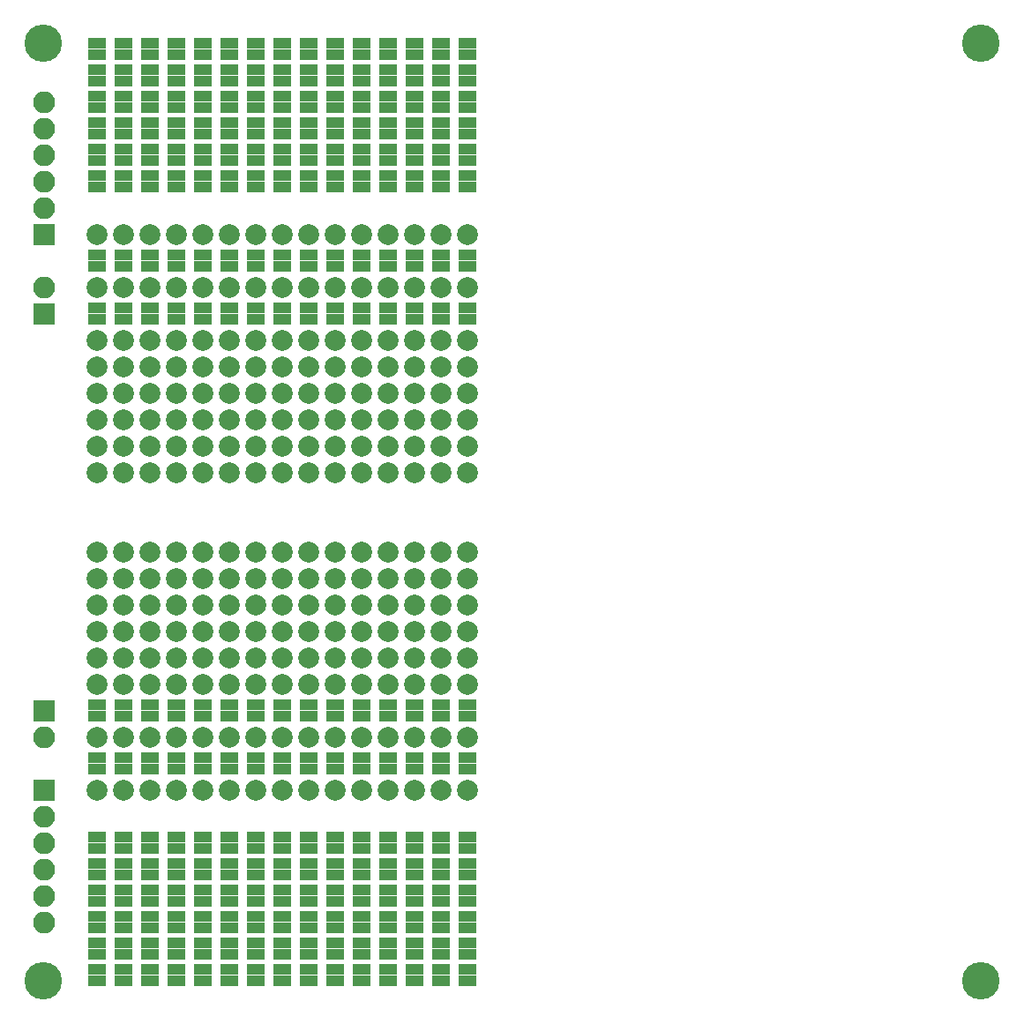
<source format=gbr>
G04 #@! TF.FileFunction,Soldermask,Top*
%FSLAX45Y45*%
G04 Gerber Fmt 4.5, Leading zero omitted, Abs format (unit mm)*
G04 Created by KiCad (PCBNEW 4.0.2-stable) date 2017/02/23 16:32:30*
%MOMM*%
G01*
G04 APERTURE LIST*
%ADD10C,0.200000*%
%ADD11C,3.600000*%
%ADD12R,2.100000X2.100000*%
%ADD13O,2.100000X2.100000*%
%ADD14C,2.000000*%
%ADD15R,1.820000X1.120000*%
G04 APERTURE END LIST*
D10*
D11*
X10500000Y-5500000D03*
X19500000Y-5500000D03*
X19500000Y-14500000D03*
X10500000Y-14500000D03*
D12*
X10508000Y-7333000D03*
D13*
X10508000Y-7079000D03*
X10508000Y-6825000D03*
X10508000Y-6571000D03*
X10508000Y-6317000D03*
X10508000Y-6063000D03*
D12*
X10508000Y-8095000D03*
D13*
X10508000Y-7841000D03*
D12*
X10508000Y-11905000D03*
D13*
X10508000Y-12159000D03*
D12*
X10508000Y-12667000D03*
D13*
X10508000Y-12921000D03*
X10508000Y-13175000D03*
X10508000Y-13429000D03*
X10508000Y-13683000D03*
X10508000Y-13937000D03*
D14*
X11016000Y-9619000D03*
X11016000Y-9365000D03*
X11016000Y-9111000D03*
X11016000Y-8857000D03*
X11016000Y-8603000D03*
X11016000Y-8349000D03*
X11016000Y-11651000D03*
X11016000Y-11397000D03*
X11016000Y-11143000D03*
X11016000Y-10889000D03*
X11016000Y-10635000D03*
X11016000Y-10381000D03*
X11016000Y-7333000D03*
X11016000Y-7841000D03*
X11016000Y-12667000D03*
X11016000Y-12159000D03*
X11270000Y-9619000D03*
X11270000Y-9365000D03*
X11270000Y-9111000D03*
X11270000Y-8857000D03*
X11270000Y-8603000D03*
X11270000Y-8349000D03*
X11270000Y-11651000D03*
X11270000Y-11397000D03*
X11270000Y-11143000D03*
X11270000Y-10889000D03*
X11270000Y-10635000D03*
X11270000Y-10381000D03*
X11270000Y-7333000D03*
X11270000Y-7841000D03*
X11270000Y-12667000D03*
X11270000Y-12159000D03*
X11524000Y-9619000D03*
X11524000Y-9365000D03*
X11524000Y-9111000D03*
X11524000Y-8857000D03*
X11524000Y-8603000D03*
X11524000Y-8349000D03*
X11524000Y-11651000D03*
X11524000Y-11397000D03*
X11524000Y-11143000D03*
X11524000Y-10889000D03*
X11524000Y-10635000D03*
X11524000Y-10381000D03*
X11524000Y-7333000D03*
X11524000Y-7841000D03*
X11524000Y-12667000D03*
X11524000Y-12159000D03*
X11778000Y-9619000D03*
X11778000Y-9365000D03*
X11778000Y-9111000D03*
X11778000Y-8857000D03*
X11778000Y-8603000D03*
X11778000Y-8349000D03*
X11778000Y-11651000D03*
X11778000Y-11397000D03*
X11778000Y-11143000D03*
X11778000Y-10889000D03*
X11778000Y-10635000D03*
X11778000Y-10381000D03*
X11778000Y-7333000D03*
X11778000Y-7841000D03*
X11778000Y-12667000D03*
X11778000Y-12159000D03*
X12032000Y-9619000D03*
X12032000Y-9365000D03*
X12032000Y-9111000D03*
X12032000Y-8857000D03*
X12032000Y-8603000D03*
X12032000Y-8349000D03*
X12032000Y-11651000D03*
X12032000Y-11397000D03*
X12032000Y-11143000D03*
X12032000Y-10889000D03*
X12032000Y-10635000D03*
X12032000Y-10381000D03*
X12032000Y-7333000D03*
X12032000Y-7841000D03*
X12032000Y-12667000D03*
X12032000Y-12159000D03*
X12286000Y-9619000D03*
X12286000Y-9365000D03*
X12286000Y-9111000D03*
X12286000Y-8857000D03*
X12286000Y-8603000D03*
X12286000Y-8349000D03*
X12286000Y-11651000D03*
X12286000Y-11397000D03*
X12286000Y-11143000D03*
X12286000Y-10889000D03*
X12286000Y-10635000D03*
X12286000Y-10381000D03*
X12286000Y-7333000D03*
X12286000Y-7841000D03*
X12286000Y-12667000D03*
X12286000Y-12159000D03*
X12540000Y-9619000D03*
X12540000Y-9365000D03*
X12540000Y-9111000D03*
X12540000Y-8857000D03*
X12540000Y-8603000D03*
X12540000Y-8349000D03*
X12540000Y-11651000D03*
X12540000Y-11397000D03*
X12540000Y-11143000D03*
X12540000Y-10889000D03*
X12540000Y-10635000D03*
X12540000Y-10381000D03*
X12540000Y-7333000D03*
X12540000Y-7841000D03*
X12540000Y-12667000D03*
X12540000Y-12159000D03*
X12794000Y-9619000D03*
X12794000Y-9365000D03*
X12794000Y-9111000D03*
X12794000Y-8857000D03*
X12794000Y-8603000D03*
X12794000Y-8349000D03*
X12794000Y-11651000D03*
X12794000Y-11397000D03*
X12794000Y-11143000D03*
X12794000Y-10889000D03*
X12794000Y-10635000D03*
X12794000Y-10381000D03*
X12794000Y-7333000D03*
X12794000Y-7841000D03*
X12794000Y-12667000D03*
X12794000Y-12159000D03*
X13048000Y-9619000D03*
X13048000Y-9365000D03*
X13048000Y-9111000D03*
X13048000Y-8857000D03*
X13048000Y-8603000D03*
X13048000Y-8349000D03*
X13048000Y-11651000D03*
X13048000Y-11397000D03*
X13048000Y-11143000D03*
X13048000Y-10889000D03*
X13048000Y-10635000D03*
X13048000Y-10381000D03*
X13048000Y-7333000D03*
X13048000Y-7841000D03*
X13048000Y-12667000D03*
X13048000Y-12159000D03*
X13302000Y-9619000D03*
X13302000Y-9365000D03*
X13302000Y-9111000D03*
X13302000Y-8857000D03*
X13302000Y-8603000D03*
X13302000Y-8349000D03*
X13302000Y-11651000D03*
X13302000Y-11397000D03*
X13302000Y-11143000D03*
X13302000Y-10889000D03*
X13302000Y-10635000D03*
X13302000Y-10381000D03*
X13302000Y-7333000D03*
X13302000Y-7841000D03*
X13302000Y-12667000D03*
X13302000Y-12159000D03*
X13556000Y-9619000D03*
X13556000Y-9365000D03*
X13556000Y-9111000D03*
X13556000Y-8857000D03*
X13556000Y-8603000D03*
X13556000Y-8349000D03*
X13556000Y-11651000D03*
X13556000Y-11397000D03*
X13556000Y-11143000D03*
X13556000Y-10889000D03*
X13556000Y-10635000D03*
X13556000Y-10381000D03*
X13556000Y-7333000D03*
X13556000Y-7841000D03*
X13556000Y-12667000D03*
X13556000Y-12159000D03*
X13810000Y-9619000D03*
X13810000Y-9365000D03*
X13810000Y-9111000D03*
X13810000Y-8857000D03*
X13810000Y-8603000D03*
X13810000Y-8349000D03*
X13810000Y-11651000D03*
X13810000Y-11397000D03*
X13810000Y-11143000D03*
X13810000Y-10889000D03*
X13810000Y-10635000D03*
X13810000Y-10381000D03*
X13810000Y-7333000D03*
X13810000Y-7841000D03*
X13810000Y-12667000D03*
X13810000Y-12159000D03*
X14064000Y-9619000D03*
X14064000Y-9365000D03*
X14064000Y-9111000D03*
X14064000Y-8857000D03*
X14064000Y-8603000D03*
X14064000Y-8349000D03*
X14064000Y-11651000D03*
X14064000Y-11397000D03*
X14064000Y-11143000D03*
X14064000Y-10889000D03*
X14064000Y-10635000D03*
X14064000Y-10381000D03*
X14064000Y-7333000D03*
X14064000Y-7841000D03*
X14064000Y-12667000D03*
X14064000Y-12159000D03*
X14318000Y-9619000D03*
X14318000Y-9365000D03*
X14318000Y-9111000D03*
X14318000Y-8857000D03*
X14318000Y-8603000D03*
X14318000Y-8349000D03*
X14318000Y-11651000D03*
X14318000Y-11397000D03*
X14318000Y-11143000D03*
X14318000Y-10889000D03*
X14318000Y-10635000D03*
X14318000Y-10381000D03*
X14318000Y-7333000D03*
X14318000Y-7841000D03*
X14318000Y-12667000D03*
X14318000Y-12159000D03*
X14572000Y-9619000D03*
X14572000Y-9365000D03*
X14572000Y-9111000D03*
X14572000Y-8857000D03*
X14572000Y-8603000D03*
X14572000Y-8349000D03*
X14572000Y-11651000D03*
X14572000Y-11397000D03*
X14572000Y-11143000D03*
X14572000Y-10889000D03*
X14572000Y-10635000D03*
X14572000Y-10381000D03*
X14572000Y-7333000D03*
X14572000Y-7841000D03*
X14572000Y-12667000D03*
X14572000Y-12159000D03*
D15*
X13810000Y-5864000D03*
X13810000Y-5754000D03*
X11778000Y-5610000D03*
X11778000Y-5500000D03*
X11016000Y-5610000D03*
X11016000Y-5500000D03*
X11016000Y-5864000D03*
X11016000Y-5754000D03*
X11016000Y-6118000D03*
X11016000Y-6008000D03*
X11016000Y-6372000D03*
X11016000Y-6262000D03*
X11016000Y-6626000D03*
X11016000Y-6516000D03*
X11016000Y-6880000D03*
X11016000Y-6770000D03*
X11016000Y-7532000D03*
X11016000Y-7642000D03*
X11016000Y-8040000D03*
X11016000Y-8150000D03*
X11016000Y-11960000D03*
X11016000Y-11850000D03*
X11016000Y-12468000D03*
X11016000Y-12358000D03*
X11016000Y-13120000D03*
X11016000Y-13230000D03*
X11016000Y-13374000D03*
X11016000Y-13484000D03*
X11016000Y-13628000D03*
X11016000Y-13738000D03*
X11016000Y-13882000D03*
X11016000Y-13992000D03*
X11016000Y-14136000D03*
X11016000Y-14246000D03*
X11016000Y-14390000D03*
X11016000Y-14500000D03*
X11270000Y-5610000D03*
X11270000Y-5500000D03*
X11270000Y-5864000D03*
X11270000Y-5754000D03*
X11270000Y-6118000D03*
X11270000Y-6008000D03*
X11270000Y-6372000D03*
X11270000Y-6262000D03*
X11270000Y-6626000D03*
X11270000Y-6516000D03*
X11270000Y-6880000D03*
X11270000Y-6770000D03*
X11270000Y-7532000D03*
X11270000Y-7642000D03*
X11270000Y-8040000D03*
X11270000Y-8150000D03*
X11270000Y-11960000D03*
X11270000Y-11850000D03*
X11270000Y-12468000D03*
X11270000Y-12358000D03*
X11270000Y-13120000D03*
X11270000Y-13230000D03*
X11270000Y-13374000D03*
X11270000Y-13484000D03*
X11270000Y-13628000D03*
X11270000Y-13738000D03*
X11270000Y-13882000D03*
X11270000Y-13992000D03*
X11270000Y-14136000D03*
X11270000Y-14246000D03*
X11270000Y-14390000D03*
X11270000Y-14500000D03*
X11524000Y-5610000D03*
X11524000Y-5500000D03*
X11524000Y-5864000D03*
X11524000Y-5754000D03*
X11524000Y-6118000D03*
X11524000Y-6008000D03*
X11524000Y-6372000D03*
X11524000Y-6262000D03*
X11524000Y-6626000D03*
X11524000Y-6516000D03*
X11524000Y-6880000D03*
X11524000Y-6770000D03*
X11524000Y-7532000D03*
X11524000Y-7642000D03*
X11524000Y-8040000D03*
X11524000Y-8150000D03*
X11524000Y-11960000D03*
X11524000Y-11850000D03*
X11524000Y-12468000D03*
X11524000Y-12358000D03*
X11524000Y-13120000D03*
X11524000Y-13230000D03*
X11524000Y-13374000D03*
X11524000Y-13484000D03*
X11524000Y-13628000D03*
X11524000Y-13738000D03*
X11524000Y-13882000D03*
X11524000Y-13992000D03*
X11524000Y-14136000D03*
X11524000Y-14246000D03*
X11524000Y-14390000D03*
X11524000Y-14500000D03*
X11778000Y-5864000D03*
X11778000Y-5754000D03*
X11778000Y-6118000D03*
X11778000Y-6008000D03*
X11778000Y-6372000D03*
X11778000Y-6262000D03*
X11778000Y-6626000D03*
X11778000Y-6516000D03*
X11778000Y-6880000D03*
X11778000Y-6770000D03*
X11778000Y-7532000D03*
X11778000Y-7642000D03*
X11778000Y-8040000D03*
X11778000Y-8150000D03*
X11778000Y-11960000D03*
X11778000Y-11850000D03*
X11778000Y-12468000D03*
X11778000Y-12358000D03*
X11778000Y-13120000D03*
X11778000Y-13230000D03*
X11778000Y-13374000D03*
X11778000Y-13484000D03*
X11778000Y-13628000D03*
X11778000Y-13738000D03*
X11778000Y-13882000D03*
X11778000Y-13992000D03*
X11778000Y-14136000D03*
X11778000Y-14246000D03*
X11778000Y-14390000D03*
X11778000Y-14500000D03*
X12032000Y-5610000D03*
X12032000Y-5500000D03*
X12032000Y-5864000D03*
X12032000Y-5754000D03*
X12032000Y-6118000D03*
X12032000Y-6008000D03*
X12032000Y-6372000D03*
X12032000Y-6262000D03*
X12032000Y-6626000D03*
X12032000Y-6516000D03*
X12032000Y-6880000D03*
X12032000Y-6770000D03*
X12032000Y-7532000D03*
X12032000Y-7642000D03*
X12032000Y-8040000D03*
X12032000Y-8150000D03*
X12032000Y-11960000D03*
X12032000Y-11850000D03*
X12032000Y-12468000D03*
X12032000Y-12358000D03*
X12032000Y-13120000D03*
X12032000Y-13230000D03*
X12032000Y-13374000D03*
X12032000Y-13484000D03*
X12032000Y-13628000D03*
X12032000Y-13738000D03*
X12032000Y-13882000D03*
X12032000Y-13992000D03*
X12032000Y-14136000D03*
X12032000Y-14246000D03*
X12032000Y-14390000D03*
X12032000Y-14500000D03*
X12286000Y-5610000D03*
X12286000Y-5500000D03*
X12286000Y-5864000D03*
X12286000Y-5754000D03*
X12286000Y-6118000D03*
X12286000Y-6008000D03*
X12286000Y-6372000D03*
X12286000Y-6262000D03*
X12286000Y-6626000D03*
X12286000Y-6516000D03*
X12286000Y-6880000D03*
X12286000Y-6770000D03*
X12286000Y-7532000D03*
X12286000Y-7642000D03*
X12286000Y-8040000D03*
X12286000Y-8150000D03*
X12286000Y-11960000D03*
X12286000Y-11850000D03*
X12286000Y-12468000D03*
X12286000Y-12358000D03*
X12286000Y-13120000D03*
X12286000Y-13230000D03*
X12286000Y-13374000D03*
X12286000Y-13484000D03*
X12286000Y-13628000D03*
X12286000Y-13738000D03*
X12286000Y-13882000D03*
X12286000Y-13992000D03*
X12286000Y-14136000D03*
X12286000Y-14246000D03*
X12286000Y-14390000D03*
X12286000Y-14500000D03*
X12540000Y-5610000D03*
X12540000Y-5500000D03*
X12540000Y-5864000D03*
X12540000Y-5754000D03*
X12540000Y-6118000D03*
X12540000Y-6008000D03*
X12540000Y-6372000D03*
X12540000Y-6262000D03*
X12540000Y-6626000D03*
X12540000Y-6516000D03*
X12540000Y-6880000D03*
X12540000Y-6770000D03*
X12540000Y-7532000D03*
X12540000Y-7642000D03*
X12540000Y-8040000D03*
X12540000Y-8150000D03*
X12540000Y-11960000D03*
X12540000Y-11850000D03*
X12540000Y-12468000D03*
X12540000Y-12358000D03*
X12540000Y-13120000D03*
X12540000Y-13230000D03*
X12540000Y-13374000D03*
X12540000Y-13484000D03*
X12540000Y-13628000D03*
X12540000Y-13738000D03*
X12540000Y-13882000D03*
X12540000Y-13992000D03*
X12540000Y-14136000D03*
X12540000Y-14246000D03*
X12540000Y-14390000D03*
X12540000Y-14500000D03*
X12794000Y-5610000D03*
X12794000Y-5500000D03*
X12794000Y-5864000D03*
X12794000Y-5754000D03*
X12794000Y-6118000D03*
X12794000Y-6008000D03*
X12794000Y-6372000D03*
X12794000Y-6262000D03*
X12794000Y-6626000D03*
X12794000Y-6516000D03*
X12794000Y-6880000D03*
X12794000Y-6770000D03*
X12794000Y-7532000D03*
X12794000Y-7642000D03*
X12794000Y-8040000D03*
X12794000Y-8150000D03*
X12794000Y-11960000D03*
X12794000Y-11850000D03*
X12794000Y-12468000D03*
X12794000Y-12358000D03*
X12794000Y-13120000D03*
X12794000Y-13230000D03*
X12794000Y-13374000D03*
X12794000Y-13484000D03*
X12794000Y-13628000D03*
X12794000Y-13738000D03*
X12794000Y-13882000D03*
X12794000Y-13992000D03*
X12794000Y-14136000D03*
X12794000Y-14246000D03*
X12794000Y-14390000D03*
X12794000Y-14500000D03*
X13048000Y-5610000D03*
X13048000Y-5500000D03*
X13048000Y-5864000D03*
X13048000Y-5754000D03*
X13048000Y-6118000D03*
X13048000Y-6008000D03*
X13048000Y-6372000D03*
X13048000Y-6262000D03*
X13048000Y-6626000D03*
X13048000Y-6516000D03*
X13048000Y-6880000D03*
X13048000Y-6770000D03*
X13048000Y-7532000D03*
X13048000Y-7642000D03*
X13048000Y-8040000D03*
X13048000Y-8150000D03*
X13048000Y-11960000D03*
X13048000Y-11850000D03*
X13048000Y-12468000D03*
X13048000Y-12358000D03*
X13048000Y-13120000D03*
X13048000Y-13230000D03*
X13048000Y-13374000D03*
X13048000Y-13484000D03*
X13048000Y-13628000D03*
X13048000Y-13738000D03*
X13048000Y-13882000D03*
X13048000Y-13992000D03*
X13048000Y-14136000D03*
X13048000Y-14246000D03*
X13048000Y-14390000D03*
X13048000Y-14500000D03*
X13302000Y-5610000D03*
X13302000Y-5500000D03*
X13302000Y-5864000D03*
X13302000Y-5754000D03*
X13302000Y-6118000D03*
X13302000Y-6008000D03*
X13302000Y-6372000D03*
X13302000Y-6262000D03*
X13302000Y-6626000D03*
X13302000Y-6516000D03*
X13302000Y-6880000D03*
X13302000Y-6770000D03*
X13302000Y-7532000D03*
X13302000Y-7642000D03*
X13302000Y-8040000D03*
X13302000Y-8150000D03*
X13302000Y-11960000D03*
X13302000Y-11850000D03*
X13302000Y-12468000D03*
X13302000Y-12358000D03*
X13302000Y-13120000D03*
X13302000Y-13230000D03*
X13302000Y-13374000D03*
X13302000Y-13484000D03*
X13302000Y-13628000D03*
X13302000Y-13738000D03*
X13302000Y-13882000D03*
X13302000Y-13992000D03*
X13302000Y-14136000D03*
X13302000Y-14246000D03*
X13302000Y-14390000D03*
X13302000Y-14500000D03*
X13556000Y-5610000D03*
X13556000Y-5500000D03*
X13556000Y-5864000D03*
X13556000Y-5754000D03*
X13556000Y-6118000D03*
X13556000Y-6008000D03*
X13556000Y-6372000D03*
X13556000Y-6262000D03*
X13556000Y-6626000D03*
X13556000Y-6516000D03*
X13556000Y-6880000D03*
X13556000Y-6770000D03*
X13556000Y-7532000D03*
X13556000Y-7642000D03*
X13556000Y-8040000D03*
X13556000Y-8150000D03*
X13556000Y-11960000D03*
X13556000Y-11850000D03*
X13556000Y-12468000D03*
X13556000Y-12358000D03*
X13556000Y-13120000D03*
X13556000Y-13230000D03*
X13556000Y-13374000D03*
X13556000Y-13484000D03*
X13556000Y-13628000D03*
X13556000Y-13738000D03*
X13556000Y-13882000D03*
X13556000Y-13992000D03*
X13556000Y-14136000D03*
X13556000Y-14246000D03*
X13556000Y-14390000D03*
X13556000Y-14500000D03*
X13810000Y-5610000D03*
X13810000Y-5500000D03*
X13810000Y-6118000D03*
X13810000Y-6008000D03*
X13810000Y-6372000D03*
X13810000Y-6262000D03*
X13810000Y-6626000D03*
X13810000Y-6516000D03*
X13810000Y-6880000D03*
X13810000Y-6770000D03*
X13810000Y-7532000D03*
X13810000Y-7642000D03*
X13810000Y-8040000D03*
X13810000Y-8150000D03*
X13810000Y-11960000D03*
X13810000Y-11850000D03*
X13810000Y-12468000D03*
X13810000Y-12358000D03*
X13810000Y-13120000D03*
X13810000Y-13230000D03*
X13810000Y-13374000D03*
X13810000Y-13484000D03*
X13810000Y-13628000D03*
X13810000Y-13738000D03*
X13810000Y-13882000D03*
X13810000Y-13992000D03*
X13810000Y-14136000D03*
X13810000Y-14246000D03*
X13810000Y-14390000D03*
X13810000Y-14500000D03*
X14064000Y-5610000D03*
X14064000Y-5500000D03*
X14064000Y-5864000D03*
X14064000Y-5754000D03*
X14064000Y-6118000D03*
X14064000Y-6008000D03*
X14064000Y-6372000D03*
X14064000Y-6262000D03*
X14064000Y-6626000D03*
X14064000Y-6516000D03*
X14064000Y-6880000D03*
X14064000Y-6770000D03*
X14064000Y-7532000D03*
X14064000Y-7642000D03*
X14064000Y-8040000D03*
X14064000Y-8150000D03*
X14064000Y-11960000D03*
X14064000Y-11850000D03*
X14064000Y-12468000D03*
X14064000Y-12358000D03*
X14064000Y-13120000D03*
X14064000Y-13230000D03*
X14064000Y-13374000D03*
X14064000Y-13484000D03*
X14064000Y-13628000D03*
X14064000Y-13738000D03*
X14064000Y-13882000D03*
X14064000Y-13992000D03*
X14064000Y-14136000D03*
X14064000Y-14246000D03*
X14064000Y-14390000D03*
X14064000Y-14500000D03*
X14318000Y-5610000D03*
X14318000Y-5500000D03*
X14318000Y-5864000D03*
X14318000Y-5754000D03*
X14318000Y-6118000D03*
X14318000Y-6008000D03*
X14318000Y-6372000D03*
X14318000Y-6262000D03*
X14318000Y-6626000D03*
X14318000Y-6516000D03*
X14318000Y-6880000D03*
X14318000Y-6770000D03*
X14318000Y-7532000D03*
X14318000Y-7642000D03*
X14318000Y-8040000D03*
X14318000Y-8150000D03*
X14318000Y-11960000D03*
X14318000Y-11850000D03*
X14318000Y-12468000D03*
X14318000Y-12358000D03*
X14318000Y-13120000D03*
X14318000Y-13230000D03*
X14318000Y-13374000D03*
X14318000Y-13484000D03*
X14318000Y-13628000D03*
X14318000Y-13738000D03*
X14318000Y-13882000D03*
X14318000Y-13992000D03*
X14318000Y-14136000D03*
X14318000Y-14246000D03*
X14318000Y-14390000D03*
X14318000Y-14500000D03*
X14572000Y-5610000D03*
X14572000Y-5500000D03*
X14572000Y-5864000D03*
X14572000Y-5754000D03*
X14572000Y-6118000D03*
X14572000Y-6008000D03*
X14572000Y-6372000D03*
X14572000Y-6262000D03*
X14572000Y-6626000D03*
X14572000Y-6516000D03*
X14572000Y-6880000D03*
X14572000Y-6770000D03*
X14572000Y-7532000D03*
X14572000Y-7642000D03*
X14572000Y-8040000D03*
X14572000Y-8150000D03*
X14572000Y-11960000D03*
X14572000Y-11850000D03*
X14572000Y-12468000D03*
X14572000Y-12358000D03*
X14572000Y-13120000D03*
X14572000Y-13230000D03*
X14572000Y-13374000D03*
X14572000Y-13484000D03*
X14572000Y-13628000D03*
X14572000Y-13738000D03*
X14572000Y-13882000D03*
X14572000Y-13992000D03*
X14572000Y-14136000D03*
X14572000Y-14246000D03*
X14572000Y-14390000D03*
X14572000Y-14500000D03*
M02*

</source>
